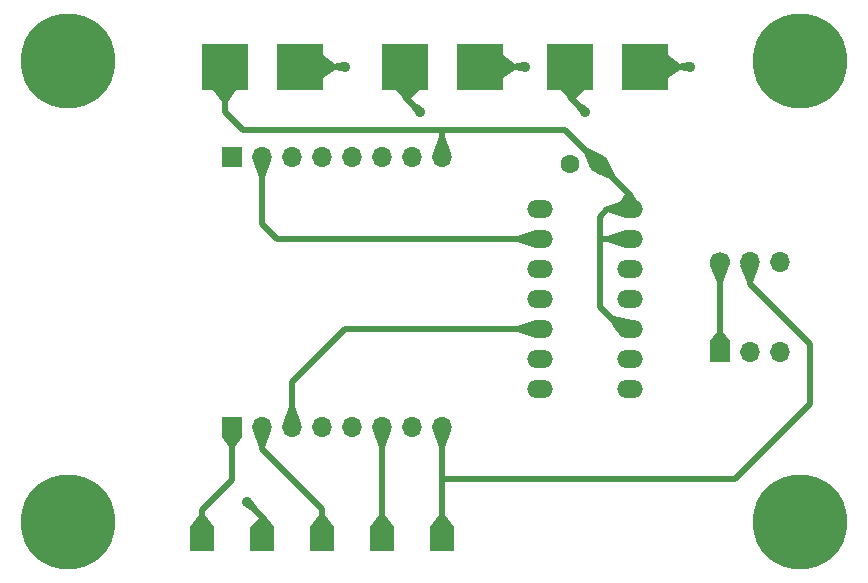
<source format=gtl>
%TF.GenerationSoftware,KiCad,Pcbnew,7.0.2*%
%TF.CreationDate,2023-05-01T19:45:27-04:00*%
%TF.ProjectId,esp32cam,65737033-3263-4616-9d2e-6b696361645f,rev?*%
%TF.SameCoordinates,Original*%
%TF.FileFunction,Copper,L1,Top*%
%TF.FilePolarity,Positive*%
%FSLAX46Y46*%
G04 Gerber Fmt 4.6, Leading zero omitted, Abs format (unit mm)*
G04 Created by KiCad (PCBNEW 7.0.2) date 2023-05-01 19:45:27*
%MOMM*%
%LPD*%
G01*
G04 APERTURE LIST*
%TA.AperFunction,SMDPad,CuDef*%
%ADD10R,2.000000X2.000000*%
%TD*%
%TA.AperFunction,ComponentPad*%
%ADD11C,8.000000*%
%TD*%
%TA.AperFunction,SMDPad,CuDef*%
%ADD12R,4.000000X4.000000*%
%TD*%
%TA.AperFunction,ComponentPad*%
%ADD13R,1.700000X1.700000*%
%TD*%
%TA.AperFunction,ComponentPad*%
%ADD14O,1.700000X1.700000*%
%TD*%
%TA.AperFunction,ComponentPad*%
%ADD15C,1.700000*%
%TD*%
%TA.AperFunction,ComponentPad*%
%ADD16C,1.600000*%
%TD*%
%TA.AperFunction,ComponentPad*%
%ADD17O,2.200000X1.500000*%
%TD*%
%TA.AperFunction,ViaPad*%
%ADD18C,0.900000*%
%TD*%
%TA.AperFunction,Conductor*%
%ADD19C,0.500000*%
%TD*%
G04 APERTURE END LIST*
D10*
%TO.P,3.3V,1,Pin_1*%
%TO.N,+3.3V*%
X125095000Y-90805000D03*
%TD*%
%TO.P,IO\u00D8,1,Pin_1*%
%TO.N,IO0*%
X120015000Y-90805000D03*
%TD*%
D11*
%TO.P,H2,1*%
%TO.N,N/C*%
X155410000Y-50350000D03*
%TD*%
%TO.P,H3,1*%
%TO.N,N/C*%
X93410000Y-89350000D03*
%TD*%
D10*
%TO.P,IO14,1,Pin_1*%
%TO.N,IO14*%
X109855000Y-90805000D03*
%TD*%
D12*
%TO.P,GND,1,Pin_1*%
%TO.N,GND*%
X142240000Y-50800000D03*
%TD*%
%TO.P,+5V,1,Pin_1*%
%TO.N,+5V*%
X106680000Y-50800000D03*
%TD*%
D11*
%TO.P,H1,1*%
%TO.N,N/C*%
X93410000Y-50350000D03*
%TD*%
D12*
%TO.P,OUT1,1,Pin_1*%
%TO.N,OUT1*%
X121920000Y-50800000D03*
%TD*%
D13*
%TO.P,ESP32,1,GND*%
%TO.N,GND*%
X107315000Y-81280000D03*
D14*
%TO.P,ESP32,2,IO1*%
%TO.N,IO1*%
X109855000Y-81280000D03*
%TO.P,ESP32,3,IO3*%
%TO.N,IO3*%
X112395000Y-81280000D03*
%TO.P,ESP32,4,VCC*%
%TO.N,unconnected-(J9-VCC-Pad4)*%
X114935000Y-81280000D03*
%TO.P,ESP32,5,GND*%
%TO.N,GND*%
X117475000Y-81280000D03*
%TO.P,ESP32,6,IO0*%
%TO.N,IO0*%
X120015000Y-81280000D03*
%TO.P,ESP32,7,IO16*%
%TO.N,unconnected-(J9-IO16-Pad7)*%
X122555000Y-81280000D03*
%TO.P,ESP32,8,3.3V*%
%TO.N,+3.3V*%
X125095000Y-81280000D03*
%TO.P,ESP32,9,5V*%
%TO.N,+5V*%
X125095000Y-58420000D03*
%TO.P,ESP32,10,GND*%
%TO.N,GND*%
X122555000Y-58420000D03*
%TO.P,ESP32,11,IO12*%
%TO.N,IO12*%
X120015000Y-58420000D03*
%TO.P,ESP32,12,IO13*%
%TO.N,IO13*%
X117475000Y-58420000D03*
%TO.P,ESP32,13,IO15*%
%TO.N,IO15*%
X114935000Y-58420000D03*
%TO.P,ESP32,14,IO14*%
%TO.N,IO14*%
X112395000Y-58420000D03*
%TO.P,ESP32,15,IO2*%
%TO.N,IO2*%
X109855000Y-58420000D03*
D13*
%TO.P,ESP32,16,IO4*%
%TO.N,unconnected-(J9-IO4-Pad16)*%
X107315000Y-58420000D03*
%TD*%
D11*
%TO.P,H4,1*%
%TO.N,N/C*%
X155410000Y-89350000D03*
%TD*%
D12*
%TO.P,GND,1,Pin_1*%
%TO.N,GND*%
X128270000Y-50800000D03*
%TD*%
D13*
%TO.P,INMP441,1,L/R*%
%TO.N,GND*%
X148590000Y-74930000D03*
D14*
%TO.P,INMP441,2,WS*%
%TO.N,IO13*%
X151130000Y-74930000D03*
%TO.P,INMP441,3,SCK*%
%TO.N,IO15*%
X153670000Y-74930000D03*
%TO.P,INMP441,4,SD*%
%TO.N,IO12*%
X153670000Y-67310000D03*
%TO.P,INMP441,5,VDD*%
%TO.N,+3.3V*%
X151130000Y-67310000D03*
D15*
%TO.P,INMP441,6,GND*%
%TO.N,GND*%
X148590000Y-67310000D03*
%TD*%
D10*
%TO.P,GND,1,Pin_1*%
%TO.N,GND*%
X104775000Y-90805000D03*
%TD*%
D16*
%TO.P,C1,1*%
%TO.N,+5V*%
X138390000Y-59055000D03*
%TO.P,C1,2*%
%TO.N,GND*%
X135890000Y-59055000D03*
%TD*%
D12*
%TO.P,GND,1,Pin_1*%
%TO.N,GND*%
X113030000Y-50800000D03*
%TD*%
%TO.P,OUT2,1,Pin_1*%
%TO.N,OUT2*%
X135890000Y-50800000D03*
%TD*%
D10*
%TO.P,IO1,1,Pin_1*%
%TO.N,IO1*%
X114935000Y-90805000D03*
%TD*%
D17*
%TO.P,74HC125,1*%
%TO.N,GND*%
X133350000Y-62865000D03*
%TO.P,74HC125,2*%
%TO.N,IO2*%
X133350000Y-65405000D03*
%TO.P,74HC125,3*%
%TO.N,OUT1*%
X133350000Y-67945000D03*
%TO.P,74HC125,4*%
%TO.N,GND*%
X133350000Y-70485000D03*
%TO.P,74HC125,5*%
%TO.N,IO3*%
X133350000Y-73025000D03*
%TO.P,74HC125,6*%
%TO.N,OUT2*%
X133350000Y-75565000D03*
%TO.P,74HC125,7*%
%TO.N,GND*%
X133350000Y-78105000D03*
%TO.P,74HC125,8*%
%TO.N,unconnected-(U1-Pad8)*%
X140970000Y-78105000D03*
%TO.P,74HC125,9*%
%TO.N,GND*%
X140970000Y-75565000D03*
%TO.P,74HC125,10*%
%TO.N,+5V*%
X140970000Y-73025000D03*
%TO.P,74HC125,11*%
%TO.N,unconnected-(U1-Pad11)*%
X140970000Y-70485000D03*
%TO.P,74HC125,12*%
%TO.N,GND*%
X140970000Y-67945000D03*
%TO.P,74HC125,13*%
%TO.N,+5V*%
X140970000Y-65405000D03*
%TO.P,74HC125,14*%
X140970000Y-62865000D03*
%TD*%
D18*
%TO.N,GND*%
X146050000Y-50800000D03*
X116840000Y-50800000D03*
X132080000Y-50800000D03*
%TO.N,IO14*%
X108585000Y-87630000D03*
%TO.N,OUT1*%
X123190000Y-54610000D03*
%TO.N,OUT2*%
X137160000Y-54610000D03*
%TD*%
D19*
%TO.N,+3.3V*%
X156210000Y-79375000D02*
X149860000Y-85725000D01*
X156210000Y-74295000D02*
X156210000Y-79375000D01*
X151130000Y-69215000D02*
X156210000Y-74295000D01*
X151130000Y-67310000D02*
X151130000Y-69215000D01*
X149860000Y-85725000D02*
X125095000Y-85725000D01*
X125095000Y-85725000D02*
X125095000Y-81280000D01*
X125095000Y-90805000D02*
X125095000Y-85725000D01*
%TO.N,+5V*%
X106680000Y-54610000D02*
X108204000Y-56134000D01*
X140970000Y-62865000D02*
X140970000Y-61635000D01*
X125095000Y-56134000D02*
X125095000Y-58420000D01*
X135509000Y-56134000D02*
X138390000Y-59015000D01*
X140970000Y-65405000D02*
X138430000Y-65405000D01*
X138430000Y-71120000D02*
X140335000Y-73025000D01*
X140335000Y-73025000D02*
X140970000Y-73025000D01*
X138430000Y-66040000D02*
X138430000Y-71120000D01*
X131318000Y-56134000D02*
X135509000Y-56134000D01*
X140970000Y-61635000D02*
X138390000Y-59055000D01*
X123825000Y-56134000D02*
X131318000Y-56134000D01*
X138430000Y-65405000D02*
X138430000Y-66040000D01*
X138430000Y-63500000D02*
X138430000Y-65405000D01*
X123825000Y-56134000D02*
X125095000Y-56134000D01*
X139065000Y-62865000D02*
X138430000Y-63500000D01*
X106680000Y-50800000D02*
X106680000Y-54610000D01*
X108204000Y-56134000D02*
X123825000Y-56134000D01*
X140970000Y-62865000D02*
X139065000Y-62865000D01*
X138390000Y-59015000D02*
X138390000Y-59055000D01*
%TO.N,GND*%
X128270000Y-50800000D02*
X132080000Y-50800000D01*
X142240000Y-50800000D02*
X146050000Y-50800000D01*
X104775000Y-88328500D02*
X107315000Y-85788500D01*
X107315000Y-85788500D02*
X107315000Y-81280000D01*
X113030000Y-50800000D02*
X116840000Y-50800000D01*
X148590000Y-67310000D02*
X148590000Y-74930000D01*
X104775000Y-90805000D02*
X104775000Y-88328500D01*
%TO.N,IO3*%
X116840000Y-73025000D02*
X133350000Y-73025000D01*
X112395000Y-81280000D02*
X112395000Y-77470000D01*
X112395000Y-77470000D02*
X116840000Y-73025000D01*
%TO.N,IO1*%
X109855000Y-81280000D02*
X109855000Y-83185000D01*
X114935000Y-88265000D02*
X114935000Y-90805000D01*
X109855000Y-83185000D02*
X114935000Y-88265000D01*
%TO.N,IO14*%
X109855000Y-90805000D02*
X109855000Y-88900000D01*
X109855000Y-88900000D02*
X108585000Y-87630000D01*
%TO.N,IO2*%
X109855000Y-58420000D02*
X109855000Y-64135000D01*
X109855000Y-64135000D02*
X111125000Y-65405000D01*
X111125000Y-65405000D02*
X133350000Y-65405000D01*
%TO.N,IO0*%
X120015000Y-90805000D02*
X120015000Y-81280000D01*
%TO.N,OUT1*%
X123190000Y-54610000D02*
X121920000Y-53340000D01*
X121920000Y-53340000D02*
X121920000Y-50800000D01*
%TO.N,OUT2*%
X135890000Y-53340000D02*
X135890000Y-50800000D01*
X137160000Y-54610000D02*
X135890000Y-53340000D01*
%TD*%
%TA.AperFunction,Conductor*%
%TO.N,+3.3V*%
G36*
X151134489Y-67310865D02*
G01*
X151904732Y-67630891D01*
X151911057Y-67637230D01*
X151911146Y-67645941D01*
X151382903Y-69002545D01*
X151376707Y-69009011D01*
X151372000Y-69010000D01*
X150888000Y-69010000D01*
X150879727Y-69006573D01*
X150877097Y-69002545D01*
X150348853Y-67645941D01*
X150349045Y-67636989D01*
X150355266Y-67630891D01*
X151125511Y-67310864D01*
X151134466Y-67310856D01*
X151134489Y-67310865D01*
G37*
%TD.AperFunction*%
%TD*%
%TA.AperFunction,Conductor*%
%TO.N,+3.3V*%
G36*
X125099489Y-81280865D02*
G01*
X125869732Y-81600891D01*
X125876057Y-81607230D01*
X125876146Y-81615941D01*
X125347903Y-82972545D01*
X125341707Y-82979011D01*
X125337000Y-82980000D01*
X124853000Y-82980000D01*
X124844727Y-82976573D01*
X124842097Y-82972545D01*
X124313853Y-81615941D01*
X124314045Y-81606989D01*
X124320266Y-81600891D01*
X125090511Y-81280864D01*
X125099466Y-81280856D01*
X125099489Y-81280865D01*
G37*
%TD.AperFunction*%
%TD*%
%TA.AperFunction,Conductor*%
%TO.N,+3.3V*%
G36*
X125347423Y-88808427D02*
G01*
X125348510Y-88809680D01*
X126088914Y-89796886D01*
X126091136Y-89805561D01*
X126087831Y-89812175D01*
X125103276Y-90797714D01*
X125095005Y-90801145D01*
X125086730Y-90797722D01*
X125086722Y-90797714D01*
X124102168Y-89812175D01*
X124098745Y-89803900D01*
X124101084Y-89796887D01*
X124841490Y-88809680D01*
X124849195Y-88805118D01*
X124850850Y-88805000D01*
X125339150Y-88805000D01*
X125347423Y-88808427D01*
G37*
%TD.AperFunction*%
%TD*%
%TA.AperFunction,Conductor*%
%TO.N,+5V*%
G36*
X140962780Y-61276928D02*
G01*
X140963923Y-61278259D01*
X141216189Y-61620858D01*
X141630736Y-62183851D01*
X141632882Y-62192545D01*
X141629636Y-62199013D01*
X140977536Y-62858796D01*
X140969284Y-62862271D01*
X140962659Y-62860262D01*
X140147714Y-62308959D01*
X140142782Y-62301485D01*
X140144578Y-62292714D01*
X140601691Y-61621758D01*
X140603078Y-61620084D01*
X140946235Y-61276927D01*
X140954507Y-61273501D01*
X140962780Y-61276928D01*
G37*
%TD.AperFunction*%
%TD*%
%TA.AperFunction,Conductor*%
%TO.N,+5V*%
G36*
X125345273Y-56723427D02*
G01*
X125347903Y-56727455D01*
X125876146Y-58084058D01*
X125875954Y-58093010D01*
X125869732Y-58099108D01*
X125099489Y-58419134D01*
X125090534Y-58419143D01*
X125090511Y-58419134D01*
X124320267Y-58099108D01*
X124313942Y-58092769D01*
X124313853Y-58084058D01*
X124842097Y-56727455D01*
X124848293Y-56720989D01*
X124853000Y-56720000D01*
X125337000Y-56720000D01*
X125345273Y-56723427D01*
G37*
%TD.AperFunction*%
%TD*%
%TA.AperFunction,Conductor*%
%TO.N,+5V*%
G36*
X137466830Y-57734353D02*
G01*
X138608787Y-58274569D01*
X138686089Y-58311138D01*
X138692102Y-58317773D01*
X138691901Y-58326179D01*
X138392562Y-59051212D01*
X138386237Y-59057551D01*
X138386212Y-59057562D01*
X137661581Y-59356735D01*
X137652626Y-59356724D01*
X137646357Y-59350515D01*
X137108935Y-58091658D01*
X137108839Y-58082704D01*
X137111421Y-58078794D01*
X137453559Y-57736656D01*
X137461831Y-57733230D01*
X137466830Y-57734353D01*
G37*
%TD.AperFunction*%
%TD*%
%TA.AperFunction,Conductor*%
%TO.N,+5V*%
G36*
X140334601Y-64715148D02*
G01*
X140338274Y-64717832D01*
X140963702Y-65397075D01*
X140966785Y-65405482D01*
X140963702Y-65412925D01*
X140338274Y-66092167D01*
X140330149Y-66095932D01*
X140325654Y-66095232D01*
X139127687Y-65657806D01*
X139121091Y-65651750D01*
X139120000Y-65646816D01*
X139120000Y-65163183D01*
X139123427Y-65154910D01*
X139127687Y-65152193D01*
X140325655Y-64714767D01*
X140334601Y-64715148D01*
G37*
%TD.AperFunction*%
%TD*%
%TA.AperFunction,Conductor*%
%TO.N,+5V*%
G36*
X139628118Y-71959666D02*
G01*
X141160197Y-72272512D01*
X141167616Y-72277523D01*
X141169318Y-72286315D01*
X141169154Y-72287010D01*
X140972504Y-73019014D01*
X140967048Y-73026114D01*
X140963974Y-73027346D01*
X139928916Y-73279444D01*
X139920067Y-73278072D01*
X139916442Y-73274611D01*
X139273788Y-72319953D01*
X139272012Y-72311178D01*
X139275220Y-72305150D01*
X139617514Y-71962856D01*
X139625786Y-71959430D01*
X139628118Y-71959666D01*
G37*
%TD.AperFunction*%
%TD*%
%TA.AperFunction,Conductor*%
%TO.N,+5V*%
G36*
X139127589Y-58753186D02*
G01*
X139133763Y-58759177D01*
X139694820Y-60002224D01*
X139695100Y-60011174D01*
X139692429Y-60015310D01*
X139350310Y-60357429D01*
X139342037Y-60360856D01*
X139337224Y-60359820D01*
X138094177Y-59798763D01*
X138088046Y-59792236D01*
X138088174Y-59783635D01*
X138387438Y-59058785D01*
X138393762Y-59052448D01*
X138393764Y-59052446D01*
X139118635Y-58753175D01*
X139127589Y-58753186D01*
G37*
%TD.AperFunction*%
%TD*%
%TA.AperFunction,Conductor*%
%TO.N,+5V*%
G36*
X106685230Y-50814706D02*
G01*
X106690466Y-50819942D01*
X107676768Y-52793533D01*
X107677401Y-52802465D01*
X107675662Y-52805783D01*
X106933510Y-53795320D01*
X106925805Y-53799882D01*
X106924150Y-53800000D01*
X106435850Y-53800000D01*
X106427577Y-53796573D01*
X106426490Y-53795320D01*
X105684337Y-52805783D01*
X105682115Y-52797108D01*
X105683229Y-52793537D01*
X106669534Y-50819941D01*
X106676298Y-50814073D01*
X106685230Y-50814706D01*
G37*
%TD.AperFunction*%
%TD*%
%TA.AperFunction,Conductor*%
%TO.N,+5V*%
G36*
X140334601Y-62175148D02*
G01*
X140338274Y-62177832D01*
X140963702Y-62857075D01*
X140966785Y-62865482D01*
X140963702Y-62872925D01*
X140338274Y-63552167D01*
X140330149Y-63555932D01*
X140325654Y-63555232D01*
X139127687Y-63117806D01*
X139121091Y-63111750D01*
X139120000Y-63106816D01*
X139120000Y-62623183D01*
X139123427Y-62614910D01*
X139127687Y-62612193D01*
X140325655Y-62174767D01*
X140334601Y-62175148D01*
G37*
%TD.AperFunction*%
%TD*%
%TA.AperFunction,Conductor*%
%TO.N,GND*%
G36*
X131907011Y-50387946D02*
G01*
X131911581Y-50393350D01*
X132079125Y-50795500D01*
X132079144Y-50804455D01*
X132079125Y-50804500D01*
X131911581Y-51206649D01*
X131905236Y-51212968D01*
X131898183Y-51213557D01*
X131189102Y-51052072D01*
X131181796Y-51046894D01*
X131180000Y-51040664D01*
X131180000Y-50559335D01*
X131183427Y-50551062D01*
X131189101Y-50547927D01*
X131898183Y-50386442D01*
X131907011Y-50387946D01*
G37*
%TD.AperFunction*%
%TD*%
%TA.AperFunction,Conductor*%
%TO.N,GND*%
G36*
X130275781Y-49804336D02*
G01*
X131265321Y-50546490D01*
X131269882Y-50554194D01*
X131270000Y-50555849D01*
X131270000Y-51044149D01*
X131266573Y-51052422D01*
X131265320Y-51053509D01*
X130275783Y-51795662D01*
X130267108Y-51797884D01*
X130263533Y-51796768D01*
X129607554Y-51468942D01*
X128289941Y-50810465D01*
X128284073Y-50803702D01*
X128284706Y-50794770D01*
X128289942Y-50789534D01*
X130263535Y-49803230D01*
X130272465Y-49802598D01*
X130275781Y-49804336D01*
G37*
%TD.AperFunction*%
%TD*%
%TA.AperFunction,Conductor*%
%TO.N,GND*%
G36*
X145877011Y-50387946D02*
G01*
X145881581Y-50393350D01*
X146049125Y-50795500D01*
X146049144Y-50804455D01*
X146049125Y-50804500D01*
X145881581Y-51206649D01*
X145875236Y-51212968D01*
X145868183Y-51213557D01*
X145159102Y-51052072D01*
X145151796Y-51046894D01*
X145150000Y-51040664D01*
X145150000Y-50559335D01*
X145153427Y-50551062D01*
X145159101Y-50547927D01*
X145868183Y-50386442D01*
X145877011Y-50387946D01*
G37*
%TD.AperFunction*%
%TD*%
%TA.AperFunction,Conductor*%
%TO.N,GND*%
G36*
X144245781Y-49804336D02*
G01*
X145235321Y-50546490D01*
X145239882Y-50554194D01*
X145240000Y-50555849D01*
X145240000Y-51044150D01*
X145236573Y-51052423D01*
X145235320Y-51053510D01*
X144245783Y-51795662D01*
X144237108Y-51797884D01*
X144233533Y-51796768D01*
X143577554Y-51468942D01*
X142259941Y-50810465D01*
X142254073Y-50803702D01*
X142254706Y-50794770D01*
X142259942Y-50789534D01*
X144233535Y-49803230D01*
X144242465Y-49802598D01*
X144245781Y-49804336D01*
G37*
%TD.AperFunction*%
%TD*%
%TA.AperFunction,Conductor*%
%TO.N,GND*%
G36*
X107323266Y-81287276D02*
G01*
X107987701Y-81952492D01*
X108158039Y-82123031D01*
X108161461Y-82131306D01*
X108159320Y-82138046D01*
X107568496Y-82975047D01*
X107560925Y-82979830D01*
X107558937Y-82980000D01*
X107071063Y-82980000D01*
X107062790Y-82976573D01*
X107061504Y-82975047D01*
X106879711Y-82717508D01*
X106470678Y-82138044D01*
X106468708Y-82129311D01*
X106471959Y-82123032D01*
X107306723Y-81287286D01*
X107314993Y-81283855D01*
X107323266Y-81287276D01*
G37*
%TD.AperFunction*%
%TD*%
%TA.AperFunction,Conductor*%
%TO.N,GND*%
G36*
X116667011Y-50387946D02*
G01*
X116671581Y-50393350D01*
X116839125Y-50795500D01*
X116839144Y-50804455D01*
X116839125Y-50804500D01*
X116671581Y-51206649D01*
X116665236Y-51212968D01*
X116658183Y-51213557D01*
X115949102Y-51052072D01*
X115941796Y-51046894D01*
X115940000Y-51040664D01*
X115940000Y-50559335D01*
X115943427Y-50551062D01*
X115949101Y-50547927D01*
X116658183Y-50386442D01*
X116667011Y-50387946D01*
G37*
%TD.AperFunction*%
%TD*%
%TA.AperFunction,Conductor*%
%TO.N,GND*%
G36*
X115035781Y-49804336D02*
G01*
X116025321Y-50546490D01*
X116029882Y-50554194D01*
X116030000Y-50555849D01*
X116030000Y-51044150D01*
X116026573Y-51052423D01*
X116025320Y-51053510D01*
X115035783Y-51795662D01*
X115027108Y-51797884D01*
X115023533Y-51796768D01*
X114367554Y-51468942D01*
X113049941Y-50810465D01*
X113044073Y-50803702D01*
X113044706Y-50794770D01*
X113049942Y-50789534D01*
X115023535Y-49803230D01*
X115032465Y-49802598D01*
X115035781Y-49804336D01*
G37*
%TD.AperFunction*%
%TD*%
%TA.AperFunction,Conductor*%
%TO.N,GND*%
G36*
X148842210Y-73233427D02*
G01*
X148843496Y-73234953D01*
X149434320Y-74071953D01*
X149436291Y-74080688D01*
X149433039Y-74086968D01*
X148598278Y-74922712D01*
X148590007Y-74926144D01*
X148581732Y-74922722D01*
X148581722Y-74922712D01*
X147746960Y-74086968D01*
X147743538Y-74078693D01*
X147745677Y-74071956D01*
X148336503Y-73234953D01*
X148344075Y-73230170D01*
X148346063Y-73230000D01*
X148833937Y-73230000D01*
X148842210Y-73233427D01*
G37*
%TD.AperFunction*%
%TD*%
%TA.AperFunction,Conductor*%
%TO.N,GND*%
G36*
X148594489Y-67310865D02*
G01*
X149364732Y-67630891D01*
X149371057Y-67637230D01*
X149371146Y-67645941D01*
X148842903Y-69002545D01*
X148836707Y-69009011D01*
X148832000Y-69010000D01*
X148348000Y-69010000D01*
X148339727Y-69006573D01*
X148337097Y-69002545D01*
X147808853Y-67645941D01*
X147809045Y-67636989D01*
X147815266Y-67630891D01*
X148585511Y-67310864D01*
X148594466Y-67310856D01*
X148594489Y-67310865D01*
G37*
%TD.AperFunction*%
%TD*%
%TA.AperFunction,Conductor*%
%TO.N,GND*%
G36*
X105027423Y-88808427D02*
G01*
X105028510Y-88809680D01*
X105768914Y-89796886D01*
X105771136Y-89805561D01*
X105767831Y-89812175D01*
X104783276Y-90797714D01*
X104775005Y-90801145D01*
X104766730Y-90797722D01*
X104766722Y-90797714D01*
X103782168Y-89812175D01*
X103778745Y-89803900D01*
X103781084Y-89796887D01*
X104521490Y-88809680D01*
X104529195Y-88805118D01*
X104530850Y-88805000D01*
X105019150Y-88805000D01*
X105027423Y-88808427D01*
G37*
%TD.AperFunction*%
%TD*%
%TA.AperFunction,Conductor*%
%TO.N,IO3*%
G36*
X132714601Y-72335148D02*
G01*
X132718274Y-72337832D01*
X133343702Y-73017075D01*
X133346785Y-73025482D01*
X133343702Y-73032925D01*
X132718274Y-73712167D01*
X132710149Y-73715932D01*
X132705654Y-73715232D01*
X131507687Y-73277806D01*
X131501091Y-73271750D01*
X131500000Y-73266816D01*
X131500000Y-72783183D01*
X131503427Y-72774910D01*
X131507687Y-72772193D01*
X132705655Y-72334767D01*
X132714601Y-72335148D01*
G37*
%TD.AperFunction*%
%TD*%
%TA.AperFunction,Conductor*%
%TO.N,IO3*%
G36*
X112645273Y-79583427D02*
G01*
X112647903Y-79587455D01*
X113176146Y-80944058D01*
X113175954Y-80953010D01*
X113169732Y-80959108D01*
X112399489Y-81279134D01*
X112390534Y-81279143D01*
X112390511Y-81279134D01*
X111620267Y-80959108D01*
X111613942Y-80952769D01*
X111613853Y-80944058D01*
X112142097Y-79587455D01*
X112148293Y-79580989D01*
X112153000Y-79580000D01*
X112637000Y-79580000D01*
X112645273Y-79583427D01*
G37*
%TD.AperFunction*%
%TD*%
%TA.AperFunction,Conductor*%
%TO.N,IO1*%
G36*
X109859489Y-81280865D02*
G01*
X110629732Y-81600891D01*
X110636057Y-81607230D01*
X110636146Y-81615941D01*
X110107903Y-82972545D01*
X110101707Y-82979011D01*
X110097000Y-82980000D01*
X109613000Y-82980000D01*
X109604727Y-82976573D01*
X109602097Y-82972545D01*
X109073853Y-81615941D01*
X109074045Y-81606989D01*
X109080266Y-81600891D01*
X109850511Y-81280864D01*
X109859466Y-81280856D01*
X109859489Y-81280865D01*
G37*
%TD.AperFunction*%
%TD*%
%TA.AperFunction,Conductor*%
%TO.N,IO1*%
G36*
X115187423Y-88808427D02*
G01*
X115188510Y-88809680D01*
X115928914Y-89796886D01*
X115931136Y-89805561D01*
X115927831Y-89812175D01*
X114943276Y-90797714D01*
X114935005Y-90801145D01*
X114926730Y-90797722D01*
X114926722Y-90797714D01*
X113942168Y-89812175D01*
X113938745Y-89803900D01*
X113941084Y-89796887D01*
X114681490Y-88809680D01*
X114689195Y-88805118D01*
X114690850Y-88805000D01*
X115179150Y-88805000D01*
X115187423Y-88808427D01*
G37*
%TD.AperFunction*%
%TD*%
%TA.AperFunction,Conductor*%
%TO.N,IO14*%
G36*
X109971584Y-88665611D02*
G01*
X109972684Y-88666883D01*
X110815920Y-89797029D01*
X110818121Y-89805709D01*
X110814960Y-89812153D01*
X109863977Y-90797141D01*
X109855765Y-90800712D01*
X109847433Y-90797431D01*
X109847287Y-90797287D01*
X108863065Y-89813065D01*
X108859638Y-89804792D01*
X108862856Y-89796734D01*
X109610989Y-89009663D01*
X109611117Y-89009532D01*
X109955039Y-88665610D01*
X109963311Y-88662184D01*
X109971584Y-88665611D01*
G37*
%TD.AperFunction*%
%TD*%
%TA.AperFunction,Conductor*%
%TO.N,IO14*%
G36*
X109000588Y-87461563D02*
G01*
X109005992Y-87466133D01*
X109393201Y-88081717D01*
X109394705Y-88090545D01*
X109391570Y-88096220D01*
X109051220Y-88436570D01*
X109042947Y-88439997D01*
X109036717Y-88438201D01*
X108421133Y-88050992D01*
X108415955Y-88043686D01*
X108416543Y-88036635D01*
X108582437Y-87633798D01*
X108588754Y-87627455D01*
X108991635Y-87461544D01*
X109000588Y-87461563D01*
G37*
%TD.AperFunction*%
%TD*%
%TA.AperFunction,Conductor*%
%TO.N,IO2*%
G36*
X109859489Y-58420865D02*
G01*
X110629732Y-58740891D01*
X110636057Y-58747230D01*
X110636146Y-58755941D01*
X110107903Y-60112545D01*
X110101707Y-60119011D01*
X110097000Y-60120000D01*
X109613000Y-60120000D01*
X109604727Y-60116573D01*
X109602097Y-60112545D01*
X109073853Y-58755941D01*
X109074045Y-58746989D01*
X109080266Y-58740891D01*
X109850511Y-58420864D01*
X109859466Y-58420856D01*
X109859489Y-58420865D01*
G37*
%TD.AperFunction*%
%TD*%
%TA.AperFunction,Conductor*%
%TO.N,IO2*%
G36*
X132714601Y-64715148D02*
G01*
X132718274Y-64717832D01*
X133343702Y-65397075D01*
X133346785Y-65405482D01*
X133343702Y-65412925D01*
X132718274Y-66092167D01*
X132710149Y-66095932D01*
X132705654Y-66095232D01*
X131507687Y-65657806D01*
X131501091Y-65651750D01*
X131500000Y-65646816D01*
X131500000Y-65163183D01*
X131503427Y-65154910D01*
X131507687Y-65152193D01*
X132705655Y-64714767D01*
X132714601Y-64715148D01*
G37*
%TD.AperFunction*%
%TD*%
%TA.AperFunction,Conductor*%
%TO.N,IO0*%
G36*
X120267423Y-88808427D02*
G01*
X120268510Y-88809680D01*
X121008914Y-89796886D01*
X121011136Y-89805561D01*
X121007831Y-89812175D01*
X120023276Y-90797714D01*
X120015005Y-90801145D01*
X120006730Y-90797722D01*
X120006722Y-90797714D01*
X119022168Y-89812175D01*
X119018745Y-89803900D01*
X119021084Y-89796887D01*
X119761490Y-88809680D01*
X119769195Y-88805118D01*
X119770850Y-88805000D01*
X120259150Y-88805000D01*
X120267423Y-88808427D01*
G37*
%TD.AperFunction*%
%TD*%
%TA.AperFunction,Conductor*%
%TO.N,IO0*%
G36*
X120019489Y-81280865D02*
G01*
X120789732Y-81600891D01*
X120796057Y-81607230D01*
X120796146Y-81615941D01*
X120267903Y-82972545D01*
X120261707Y-82979011D01*
X120257000Y-82980000D01*
X119773000Y-82980000D01*
X119764727Y-82976573D01*
X119762097Y-82972545D01*
X119233853Y-81615941D01*
X119234045Y-81606989D01*
X119240266Y-81600891D01*
X120010511Y-81280864D01*
X120019466Y-81280856D01*
X120019489Y-81280865D01*
G37*
%TD.AperFunction*%
%TD*%
%TA.AperFunction,Conductor*%
%TO.N,OUT1*%
G36*
X122738282Y-53801798D02*
G01*
X123353866Y-54189007D01*
X123359044Y-54196313D01*
X123358455Y-54203366D01*
X123192563Y-54606199D01*
X123186244Y-54612544D01*
X123186199Y-54612563D01*
X122783366Y-54778455D01*
X122774411Y-54778436D01*
X122769007Y-54773866D01*
X122381798Y-54158282D01*
X122380294Y-54149454D01*
X122383427Y-54143781D01*
X122723780Y-53803428D01*
X122732052Y-53800002D01*
X122738282Y-53801798D01*
G37*
%TD.AperFunction*%
%TD*%
%TA.AperFunction,Conductor*%
%TO.N,OUT1*%
G36*
X121931629Y-50819293D02*
G01*
X123148292Y-52791880D01*
X123149719Y-52800720D01*
X123146354Y-52806540D01*
X122422045Y-53488492D01*
X122421911Y-53488624D01*
X122077257Y-53833279D01*
X122068984Y-53836706D01*
X122060711Y-53833279D01*
X122060247Y-53832788D01*
X121753603Y-53488492D01*
X121145170Y-52805350D01*
X121142227Y-52796892D01*
X121143004Y-52793323D01*
X121910768Y-50821190D01*
X121916963Y-50814724D01*
X121925916Y-50814532D01*
X121931629Y-50819293D01*
G37*
%TD.AperFunction*%
%TD*%
%TA.AperFunction,Conductor*%
%TO.N,OUT2*%
G36*
X135901629Y-50819293D02*
G01*
X137118292Y-52791880D01*
X137119719Y-52800720D01*
X137116354Y-52806540D01*
X136392045Y-53488492D01*
X136391911Y-53488624D01*
X136047257Y-53833279D01*
X136038984Y-53836706D01*
X136030711Y-53833279D01*
X136030247Y-53832788D01*
X135723603Y-53488492D01*
X135115170Y-52805350D01*
X135112227Y-52796892D01*
X135113004Y-52793323D01*
X135880768Y-50821190D01*
X135886963Y-50814724D01*
X135895916Y-50814532D01*
X135901629Y-50819293D01*
G37*
%TD.AperFunction*%
%TD*%
%TA.AperFunction,Conductor*%
%TO.N,OUT2*%
G36*
X136708282Y-53801798D02*
G01*
X137323866Y-54189007D01*
X137329044Y-54196313D01*
X137328455Y-54203366D01*
X137162563Y-54606199D01*
X137156244Y-54612544D01*
X137156199Y-54612563D01*
X136753366Y-54778455D01*
X136744411Y-54778436D01*
X136739007Y-54773866D01*
X136351798Y-54158282D01*
X136350294Y-54149454D01*
X136353427Y-54143781D01*
X136693780Y-53803428D01*
X136702052Y-53800002D01*
X136708282Y-53801798D01*
G37*
%TD.AperFunction*%
%TD*%
M02*

</source>
